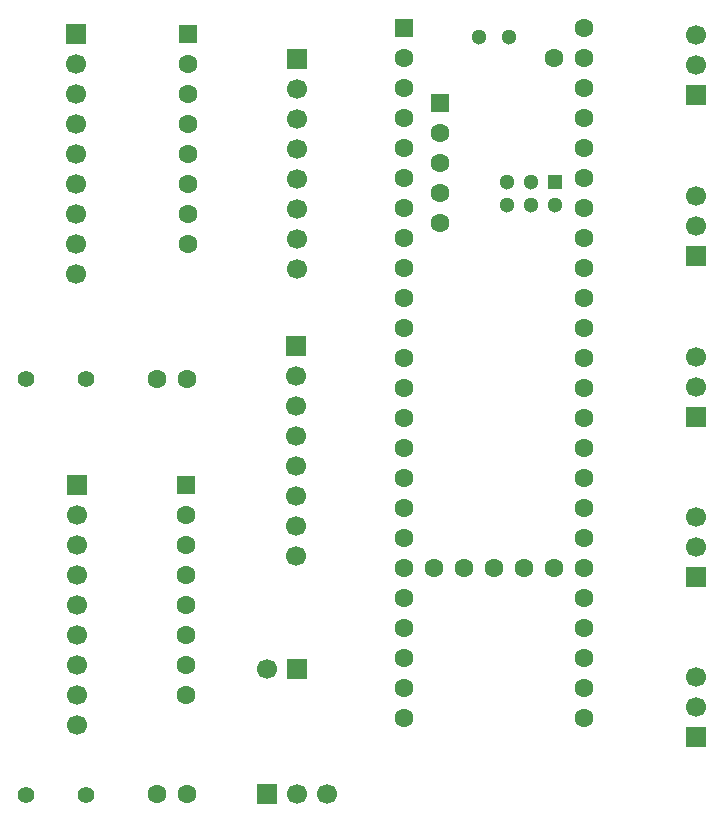
<source format=gts>
G04 #@! TF.GenerationSoftware,KiCad,Pcbnew,9.0.4*
G04 #@! TF.CreationDate,2025-09-25T22:40:15-06:00*
G04 #@! TF.ProjectId,Teensy_Controler,5465656e-7379-45f4-936f-6e74726f6c65,rev?*
G04 #@! TF.SameCoordinates,Original*
G04 #@! TF.FileFunction,Soldermask,Top*
G04 #@! TF.FilePolarity,Negative*
%FSLAX46Y46*%
G04 Gerber Fmt 4.6, Leading zero omitted, Abs format (unit mm)*
G04 Created by KiCad (PCBNEW 9.0.4) date 2025-09-25 22:40:15*
%MOMM*%
%LPD*%
G01*
G04 APERTURE LIST*
%ADD10R,1.700000X1.700000*%
%ADD11C,1.700000*%
%ADD12C,1.600000*%
%ADD13C,1.400000*%
%ADD14R,1.600000X1.600000*%
%ADD15R,1.300000X1.300000*%
%ADD16C,1.300000*%
G04 APERTURE END LIST*
D10*
X123418600Y-127000000D03*
D11*
X125958600Y-127000000D03*
X128498600Y-127000000D03*
D12*
X116636800Y-91846400D03*
X114136800Y-91846400D03*
D10*
X126009400Y-116357400D03*
D11*
X123469400Y-116357400D03*
D10*
X159766000Y-122174000D03*
D11*
X159766000Y-119634000D03*
X159766000Y-117094000D03*
D13*
X103047800Y-127025400D03*
X108127800Y-127025400D03*
D10*
X125933200Y-89027000D03*
D11*
X125933200Y-91567000D03*
X125933200Y-94107000D03*
X125933200Y-96647000D03*
X125933200Y-99187000D03*
X125933200Y-101727000D03*
X125933200Y-104267000D03*
X125933200Y-106807000D03*
D10*
X159791400Y-67767200D03*
D11*
X159791400Y-65227200D03*
X159791400Y-62687200D03*
D10*
X107315000Y-100812600D03*
D11*
X107315000Y-103352600D03*
X107315000Y-105892600D03*
X107315000Y-108432600D03*
X107315000Y-110972600D03*
X107315000Y-113512600D03*
X107315000Y-116052600D03*
X107315000Y-118592600D03*
X107315000Y-121132600D03*
D10*
X159791400Y-95021400D03*
D11*
X159791400Y-92481400D03*
X159791400Y-89941400D03*
D12*
X116636800Y-126949200D03*
X114136800Y-126949200D03*
D10*
X159791400Y-81407000D03*
D11*
X159791400Y-78867000D03*
X159791400Y-76327000D03*
D13*
X102997000Y-91871800D03*
X108077000Y-91871800D03*
D10*
X125958600Y-64719200D03*
D11*
X125958600Y-67259200D03*
X125958600Y-69799200D03*
X125958600Y-72339200D03*
X125958600Y-74879200D03*
X125958600Y-77419200D03*
X125958600Y-79959200D03*
X125958600Y-82499200D03*
D14*
X116763800Y-62661800D03*
D12*
X116763800Y-65201800D03*
X116763800Y-67741800D03*
X116763800Y-70281800D03*
X116763800Y-72821800D03*
X116763800Y-75361800D03*
X116763800Y-77901800D03*
X116763800Y-80441800D03*
D14*
X116611400Y-100838000D03*
D12*
X116611400Y-103378000D03*
X116611400Y-105918000D03*
X116611400Y-108458000D03*
X116611400Y-110998000D03*
X116611400Y-113538000D03*
X116611400Y-116078000D03*
X116611400Y-118618000D03*
D10*
X107264200Y-62661800D03*
D11*
X107264200Y-65201800D03*
X107264200Y-67741800D03*
X107264200Y-70281800D03*
X107264200Y-72821800D03*
X107264200Y-75361800D03*
X107264200Y-77901800D03*
X107264200Y-80441800D03*
X107264200Y-82981800D03*
D14*
X135001000Y-62153800D03*
D12*
X135001000Y-64693800D03*
X135001000Y-67233800D03*
X135001000Y-69773800D03*
X135001000Y-72313800D03*
X135001000Y-74853800D03*
X135001000Y-77393800D03*
X135001000Y-79933800D03*
X135001000Y-82473800D03*
X135001000Y-85013800D03*
X135001000Y-87553800D03*
X135001000Y-90093800D03*
X135001000Y-92633800D03*
X135001000Y-95173800D03*
X135001000Y-97713800D03*
X135001000Y-100253800D03*
X135001000Y-102793800D03*
X135001000Y-105333800D03*
X135001000Y-107873800D03*
X135001000Y-110413800D03*
X135001000Y-112953800D03*
X135001000Y-115493800D03*
X135001000Y-118033800D03*
X135001000Y-120573800D03*
X150241000Y-120573800D03*
X150241000Y-118033800D03*
X150241000Y-115493800D03*
X150241000Y-112953800D03*
X150241000Y-110413800D03*
X150241000Y-107873800D03*
X150241000Y-105333800D03*
X150241000Y-102793800D03*
X150241000Y-100253800D03*
X150241000Y-97713800D03*
X150241000Y-95173800D03*
X150241000Y-92633800D03*
X150241000Y-90093800D03*
X150241000Y-87553800D03*
X150241000Y-85013800D03*
X150241000Y-82473800D03*
X150241000Y-79933800D03*
X150241000Y-77393800D03*
X150241000Y-74853800D03*
X150241000Y-72313800D03*
X150241000Y-69773800D03*
X150241000Y-67233800D03*
X150241000Y-64693800D03*
X150241000Y-62153800D03*
X147701000Y-64693800D03*
X137541000Y-107873800D03*
X140081000Y-107873800D03*
X142621000Y-107873800D03*
X145161000Y-107873800D03*
X147701000Y-107873800D03*
D14*
X138051800Y-68453000D03*
D12*
X138051800Y-70993000D03*
X138051800Y-73533000D03*
X138051800Y-76073000D03*
X138051800Y-78613000D03*
D15*
X147802600Y-75123800D03*
D16*
X145802600Y-75123800D03*
X143802600Y-75123800D03*
X143802600Y-77123800D03*
X145802600Y-77123800D03*
X147802600Y-77123800D03*
X143891000Y-62883800D03*
X141351000Y-62883800D03*
D10*
X159766000Y-108585000D03*
D11*
X159766000Y-106045000D03*
X159766000Y-103505000D03*
M02*

</source>
